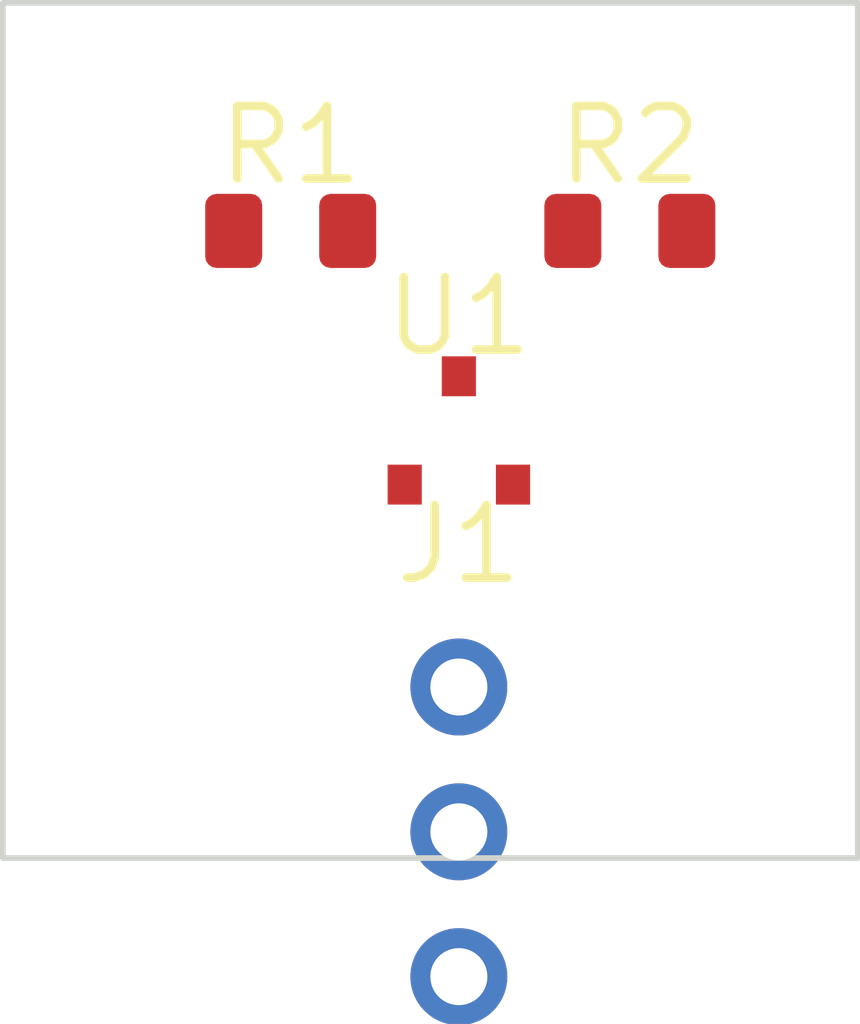
<source format=kicad_pcb>
(kicad_pcb (version 20240108) (generator "kicadtools_routing_diagnostic") (generator_version "8.0")
  (title_block (title "Routing Diagnostic Board") (date "2025-01-02") (rev "1.0") (company "KiCad Tools Test") (comment 1 "Minimal test circuit for router validation") (comment 2 "Tests: pad clearance, FP precision, PTH blocking, via insertion"))
  (layers (0 "F.Cu" signal) (31 "B.Cu" signal) (36 "B.SilkS" user "B.Silkscreen") (37 "F.SilkS" user "F.Silkscreen") (38 "B.Mask" user) (39 "F.Mask" user) (44 "Edge.Cuts" user))
  (net 0 "")
  (net 1 "NET1")
  (net 2 "NET2")
  (net 3 "NET3")
  (net 4 "NET4")
  (gr_rect (start 0 0) (end 15 15) (stroke (width 0.1)) (fill none) (layer "Edge.Cuts"))
  (footprint "Resistor_SMD:R_0805_2012Metric" (layer "F.Cu") (at 5.05 4.0)
    (fp_text reference "R1" (at 0 -1.5) (layer "F.SilkS"))
    (fp_text value "10k")
    (pad "1" smd roundrect (at -1.0 0) (size 1.0 1.3) (layers "F.Cu" "F.Paste" "F.Mask") (roundrect_rratio 0.2) (net 1 "NET1"))
    (pad "2" smd roundrect (at 1.0 0) (size 1.0 1.3) (layers "F.Cu" "F.Paste" "F.Mask") (roundrect_rratio 0.2) (net 2 "NET2"))
  )
  (footprint "Resistor_SMD:R_0805_2012Metric" (layer "F.Cu") (at 11.0 4.0)
    (fp_text reference "R2" (at 0 -1.5) (layer "F.SilkS"))
    (fp_text value "10k")
    (pad "1" smd roundrect (at -1.0 0) (size 1.0 1.3) (layers "F.Cu" "F.Paste" "F.Mask") (roundrect_rratio 0.2) (net 2 "NET2"))
    (pad "2" smd roundrect (at 1.0 0) (size 1.0 1.3) (layers "F.Cu" "F.Paste" "F.Mask") (roundrect_rratio 0.2) (net 3 "NET3"))
  )
  (footprint "Package_TO_SOT_SMD:SOT-23-3" (layer "F.Cu") (at 8.0 7.5)
    (fp_text reference "U1" (at 0 -2.0) (layer "F.SilkS"))
    (fp_text value "SOT-23-3")
    (pad "1" smd rect (at -0.95 0.95) (size 0.6 0.7) (layers "F.Cu" "F.Paste" "F.Mask") (net 1 "NET1"))
    (pad "2" smd rect (at 0.95 0.95) (size 0.6 0.7) (layers "F.Cu" "F.Paste" "F.Mask") (net 3 "NET3"))
    (pad "3" smd rect (at 0 -0.95) (size 0.6 0.7) (layers "F.Cu" "F.Paste" "F.Mask") (net 4 "NET4"))
  )
  (footprint "Connector_PinHeader_2.54mm:PinHeader_1x03_P2.54mm_Vertical" (layer "F.Cu") (at 8.0 12.0)
    (fp_text reference "J1" (at 0 -2.5) (layer "F.SilkS"))
    (fp_text value "Conn_01x03")
    (pad "1" thru_hole circle (at 0 0) (size 1.7 1.7) (drill 1.0) (layers "*.Cu" "*.Mask") (net 1 "NET1"))
    (pad "2" thru_hole oval (at 0 2.54) (size 1.7 1.7) (drill 1.0) (layers "*.Cu" "*.Mask") (net 3 "NET3"))
    (pad "3" thru_hole oval (at 0 5.08) (size 1.7 1.7) (drill 1.0) (layers "*.Cu" "*.Mask") (net 4 "NET4"))
  )
)
</source>
